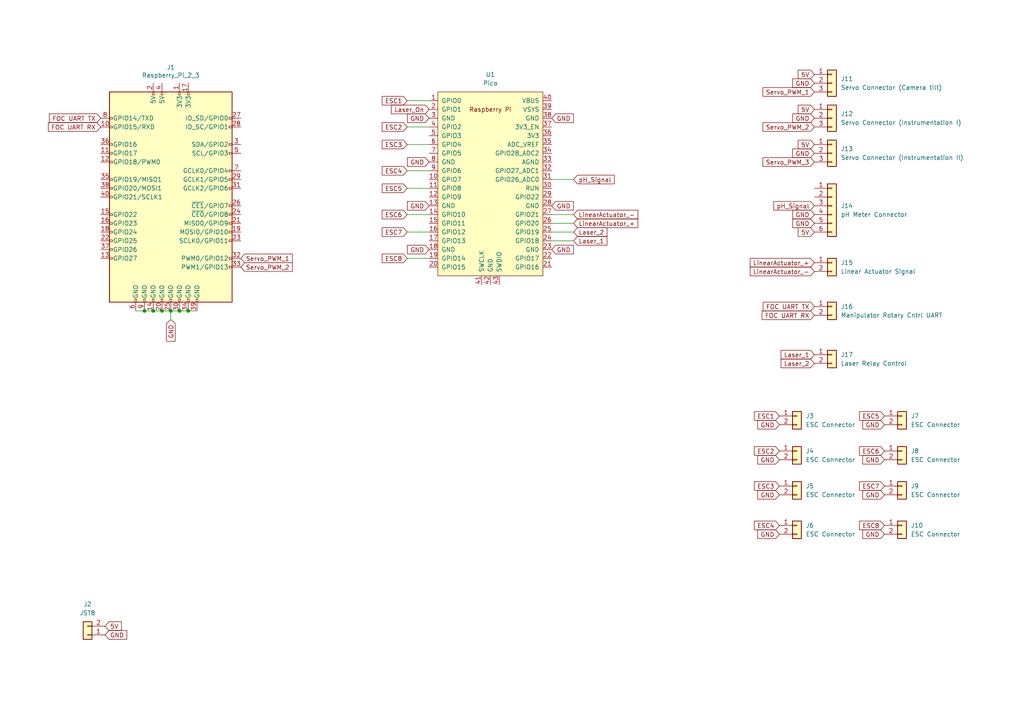
<source format=kicad_sch>
(kicad_sch (version 20231120) (generator "eeschema") (generator_version "8.0")
  (paper "A4")
  (title_block (title "ROV Logic Board"))
  (lib_symbols
    (symbol "Connector:Raspberry_Pi_2_3" (pin_names (offset 1.016))
      (property "Reference" "J" (at -17.78 31.75 0))
      (property "Value" "Raspberry_Pi_2_3" (at 10.16 -31.75 0))
      (symbol "Raspberry_Pi_2_3_0_1"
        (rectangle (start -17.78 30.48) (end 17.78 -30.48) (stroke (width 0.254)) (fill (type background)))
      )
      (symbol "Raspberry_Pi_2_3_1_1"
        (rectangle (start -16.891 -17.526) (end -17.78 -18.034))
        (rectangle (start -16.891 -14.986) (end -17.78 -15.494))
        (rectangle (start -16.891 -12.446) (end -17.78 -12.954))
        (rectangle (start -16.891 -9.906) (end -17.78 -10.414))
        (rectangle (start -16.891 -7.366) (end -17.78 -7.874))
        (rectangle (start -16.891 -4.826) (end -17.78 -5.334))
        (rectangle (start -16.891 0.254) (end -17.78 -0.254))
        (rectangle (start -16.891 2.794) (end -17.78 2.286))
        (rectangle (start -16.891 5.334) (end -17.78 4.826))
        (rectangle (start -16.891 10.414) (end -17.78 9.906))
        (rectangle (start -16.891 12.954) (end -17.78 12.446))
        (rectangle (start -16.891 15.494) (end -17.78 14.986))
        (rectangle (start -16.891 20.574) (end -17.78 20.066))
        (rectangle (start -16.891 23.114) (end -17.78 22.606))
        (rectangle (start -10.414 -29.591) (end -9.906 -30.48))
        (rectangle (start -7.874 -29.591) (end -7.366 -30.48))
        (rectangle (start -5.334 -29.591) (end -4.826 -30.48))
        (rectangle (start -5.334 30.48) (end -4.826 29.591))
        (rectangle (start -2.794 -29.591) (end -2.286 -30.48))
        (rectangle (start -2.794 30.48) (end -2.286 29.591))
        (rectangle (start -0.254 -29.591) (end 0.254 -30.48))
        (rectangle (start 2.286 -29.591) (end 2.794 -30.48))
        (rectangle (start 2.286 30.48) (end 2.794 29.591))
        (rectangle (start 4.826 -29.591) (end 5.334 -30.48))
        (rectangle (start 4.826 30.48) (end 5.334 29.591))
        (rectangle (start 7.366 -29.591) (end 7.874 -30.48))
        (rectangle (start 17.78 -20.066) (end 16.891 -20.574))
        (rectangle (start 17.78 -17.526) (end 16.891 -18.034))
        (rectangle (start 17.78 -12.446) (end 16.891 -12.954))
        (rectangle (start 17.78 -9.906) (end 16.891 -10.414))
        (rectangle (start 17.78 -7.366) (end 16.891 -7.874))
        (rectangle (start 17.78 -4.826) (end 16.891 -5.334))
        (rectangle (start 17.78 -2.286) (end 16.891 -2.794))
        (rectangle (start 17.78 2.794) (end 16.891 2.286))
        (rectangle (start 17.78 5.334) (end 16.891 4.826))
        (rectangle (start 17.78 7.874) (end 16.891 7.366))
        (rectangle (start 17.78 12.954) (end 16.891 12.446))
        (rectangle (start 17.78 15.494) (end 16.891 14.986))
        (rectangle (start 17.78 20.574) (end 16.891 20.066))
        (rectangle (start 17.78 23.114) (end 16.891 22.606))
        (pin power_in line (at 2.54 33.02 270) (length 2.54) (name "3V3") (number "1"))
        (pin bidirectional line (at -20.32 20.32 0) (length 2.54) (name "GPIO15/RXD") (number "10"))
        (pin bidirectional line (at -20.32 12.7 0) (length 2.54) (name "GPIO17") (number "11"))
        (pin bidirectional line (at -20.32 10.16 0) (length 2.54) (name "GPIO18/PWM0") (number "12"))
        (pin bidirectional line (at -20.32 -17.78 0) (length 2.54) (name "GPIO27") (number "13"))
        (pin power_in line (at -5.08 -33.02 90) (length 2.54) (name "GND") (number "14"))
        (pin bidirectional line (at -20.32 -5.08 0) (length 2.54) (name "GPIO22") (number "15"))
        (pin bidirectional line (at -20.32 -7.62 0) (length 2.54) (name "GPIO23") (number "16"))
        (pin power_in line (at 5.08 33.02 270) (length 2.54) (name "3V3") (number "17"))
        (pin bidirectional line (at -20.32 -10.16 0) (length 2.54) (name "GPIO24") (number "18"))
        (pin bidirectional line (at 20.32 -10.16 180) (length 2.54) (name "MOSI0/GPIO10") (number "19"))
        (pin power_in line (at -5.08 33.02 270) (length 2.54) (name "5V") (number "2"))
        (pin power_in line (at -2.54 -33.02 90) (length 2.54) (name "GND") (number "20"))
        (pin bidirectional line (at 20.32 -7.62 180) (length 2.54) (name "MISO0/GPIO9") (number "21"))
        (pin bidirectional line (at -20.32 -12.7 0) (length 2.54) (name "GPIO25") (number "22"))
        (pin bidirectional line (at 20.32 -12.7 180) (length 2.54) (name "SCLK0/GPIO11") (number "23"))
        (pin bidirectional line (at 20.32 -5.08 180) (length 2.54) (name "~{CE0}/GPIO8") (number "24"))
        (pin power_in line (at 0 -33.02 90) (length 2.54) (name "GND") (number "25"))
        (pin bidirectional line (at 20.32 -2.54 180) (length 2.54) (name "~{CE1}/GPIO7") (number "26"))
        (pin bidirectional line (at 20.32 22.86 180) (length 2.54) (name "ID_SD/GPIO0") (number "27"))
        (pin bidirectional line (at 20.32 20.32 180) (length 2.54) (name "ID_SC/GPIO1") (number "28"))
        (pin bidirectional line (at 20.32 5.08 180) (length 2.54) (name "GCLK1/GPIO5") (number "29"))
        (pin bidirectional line (at 20.32 15.24 180) (length 2.54) (name "SDA/GPIO2") (number "3"))
        (pin power_in line (at 2.54 -33.02 90) (length 2.54) (name "GND") (number "30"))
        (pin bidirectional line (at 20.32 2.54 180) (length 2.54) (name "GCLK2/GPIO6") (number "31"))
        (pin bidirectional line (at 20.32 -17.78 180) (length 2.54) (name "PWM0/GPIO12") (number "32"))
        (pin bidirectional line (at 20.32 -20.32 180) (length 2.54) (name "PWM1/GPIO13") (number "33"))
        (pin power_in line (at 5.08 -33.02 90) (length 2.54) (name "GND") (number "34"))
        (pin bidirectional line (at -20.32 5.08 0) (length 2.54) (name "GPIO19/MISO1") (number "35"))
        (pin bidirectional line (at -20.32 15.24 0) (length 2.54) (name "GPIO16") (number "36"))
        (pin bidirectional line (at -20.32 -15.24 0) (length 2.54) (name "GPIO26") (number "37"))
        (pin bidirectional line (at -20.32 2.54 0) (length 2.54) (name "GPIO20/MOSI1") (number "38"))
        (pin power_in line (at 7.62 -33.02 90) (length 2.54) (name "GND") (number "39"))
        (pin power_in line (at -2.54 33.02 270) (length 2.54) (name "5V") (number "4"))
        (pin bidirectional line (at -20.32 0 0) (length 2.54) (name "GPIO21/SCLK1") (number "40"))
        (pin bidirectional line (at 20.32 12.7 180) (length 2.54) (name "SCL/GPIO3") (number "5"))
        (pin power_in line (at -10.16 -33.02 90) (length 2.54) (name "GND") (number "6"))
        (pin bidirectional line (at 20.32 7.62 180) (length 2.54) (name "GCLK0/GPIO4") (number "7"))
        (pin bidirectional line (at -20.32 22.86 0) (length 2.54) (name "GPIO14/TXD") (number "8"))
        (pin power_in line (at -7.62 -33.02 90) (length 2.54) (name "GND") (number "9"))
      )
    )
    (symbol "Connector_Generic:Conn_01x02" (pin_names (offset 1.016) hide)
      (property "Reference" "J" (at 0 2.54 0))
      (property "Value" "Conn_01x02" (at 0 -5.08 0))
      (symbol "Conn_01x02_1_1"
        (rectangle (start -1.27 -2.413) (end 0 -2.667) (stroke (width 0.1524)))
        (rectangle (start -1.27 0.127) (end 0 -0.127) (stroke (width 0.1524)))
        (rectangle (start -1.27 1.27) (end 1.27 -3.81) (stroke (width 0.254)) (fill (type background)))
        (pin passive line (at -5.08 0 0) (length 3.81) (name "Pin_1") (number "1"))
        (pin passive line (at -5.08 -2.54 0) (length 3.81) (name "Pin_2") (number "2"))
      )
    )
    (symbol "Connector_Generic:Conn_01x03" (pin_names (offset 1.016) hide)
      (property "Reference" "J" (at 0 5.08 0))
      (property "Value" "Conn_01x03" (at 0 -5.08 0))
      (symbol "Conn_01x03_1_1"
        (rectangle (start -1.27 -2.413) (end 0 -2.667) (stroke (width 0.1524)))
        (rectangle (start -1.27 0.127) (end 0 -0.127) (stroke (width 0.1524)))
        (rectangle (start -1.27 2.667) (end 0 2.413) (stroke (width 0.1524)))
        (rectangle (start -1.27 3.81) (end 1.27 -3.81) (stroke (width 0.254)) (fill (type background)))
        (pin passive line (at -5.08 2.54 0) (length 3.81) (name "Pin_1") (number "1"))
        (pin passive line (at -5.08 0 0) (length 3.81) (name "Pin_2") (number "2"))
        (pin passive line (at -5.08 -2.54 0) (length 3.81) (name "Pin_3") (number "3"))
      )
    )
    (symbol "Connector_Generic:Conn_01x06" (pin_names (offset 1.016) hide)
      (property "Reference" "J" (at 0 7.62 0))
      (property "Value" "Conn_01x06" (at 0 -10.16 0))
      (symbol "Conn_01x06_1_1"
        (rectangle (start -1.27 -7.493) (end 0 -7.747) (stroke (width 0.1524)))
        (rectangle (start -1.27 -4.953) (end 0 -5.207) (stroke (width 0.1524)))
        (rectangle (start -1.27 -2.413) (end 0 -2.667) (stroke (width 0.1524)))
        (rectangle (start -1.27 0.127) (end 0 -0.127) (stroke (width 0.1524)))
        (rectangle (start -1.27 2.667) (end 0 2.413) (stroke (width 0.1524)))
        (rectangle (start -1.27 5.207) (end 0 4.953) (stroke (width 0.1524)))
        (rectangle (start -1.27 6.35) (end 1.27 -8.89) (stroke (width 0.254)) (fill (type background)))
        (pin passive line (at -5.08 5.08 0) (length 3.81) (name "Pin_1") (number "1"))
        (pin passive line (at -5.08 2.54 0) (length 3.81) (name "Pin_2") (number "2"))
        (pin passive line (at -5.08 0 0) (length 3.81) (name "Pin_3") (number "3"))
        (pin passive line (at -5.08 -2.54 0) (length 3.81) (name "Pin_4") (number "4"))
        (pin passive line (at -5.08 -5.08 0) (length 3.81) (name "Pin_5") (number "5"))
        (pin passive line (at -5.08 -7.62 0) (length 3.81) (name "Pin_6") (number "6"))
      )
    )
    (symbol "MCU_Raspberry_Pi_And_Boards:Pico" (pin_names (offset 1.016))
      (property "Reference" "U" (at -13.97 27.94 0))
      (property "Value" "Pico" (at 0 19.05 0))
      (symbol "Pico_0_0"
        (text "Raspberry Pi" (at 0 21.59 0) (effects (font (size 1.27 1.27))))
      )
      (symbol "Pico_0_1"
        (rectangle (start -15.24 26.67) (end 15.24 -26.67) (fill (type background)))
      )
      (symbol "Pico_1_1"
        (pin bidirectional line (at -17.78 24.13 0) (length 2.54) (name "GPIO0") (number "1"))
        (pin bidirectional line (at -17.78 1.27 0) (length 2.54) (name "GPIO7") (number "10"))
        (pin bidirectional line (at -17.78 -1.27 0) (length 2.54) (name "GPIO8") (number "11"))
        (pin bidirectional line (at -17.78 -3.81 0) (length 2.54) (name "GPIO9") (number "12"))
        (pin power_in line (at -17.78 -6.35 0) (length 2.54) (name "GND") (number "13"))
        (pin bidirectional line (at -17.78 -8.89 0) (length 2.54) (name "GPIO10") (number "14"))
        (pin bidirectional line (at -17.78 -11.43 0) (length 2.54) (name "GPIO11") (number "15"))
        (pin bidirectional line (at -17.78 -13.97 0) (length 2.54) (name "GPIO12") (number "16"))
        (pin bidirectional line (at -17.78 -16.51 0) (length 2.54) (name "GPIO13") (number "17"))
        (pin power_in line (at -17.78 -19.05 0) (length 2.54) (name "GND") (number "18"))
        (pin bidirectional line (at -17.78 -21.59 0) (length 2.54) (name "GPIO14") (number "19"))
        (pin bidirectional line (at -17.78 21.59 0) (length 2.54) (name "GPIO1") (number "2"))
        (pin bidirectional line (at -17.78 -24.13 0) (length 2.54) (name "GPIO15") (number "20"))
        (pin bidirectional line (at 17.78 -24.13 180) (length 2.54) (name "GPIO16") (number "21"))
        (pin bidirectional line (at 17.78 -21.59 180) (length 2.54) (name "GPIO17") (number "22"))
        (pin power_in line (at 17.78 -19.05 180) (length 2.54) (name "GND") (number "23"))
        (pin bidirectional line (at 17.78 -16.51 180) (length 2.54) (name "GPIO18") (number "24"))
        (pin bidirectional line (at 17.78 -13.97 180) (length 2.54) (name "GPIO19") (number "25"))
        (pin bidirectional line (at 17.78 -11.43 180) (length 2.54) (name "GPIO20") (number "26"))
        (pin bidirectional line (at 17.78 -8.89 180) (length 2.54) (name "GPIO21") (number "27"))
        (pin power_in line (at 17.78 -6.35 180) (length 2.54) (name "GND") (number "28"))
        (pin bidirectional line (at 17.78 -3.81 180) (length 2.54) (name "GPIO22") (number "29"))
        (pin power_in line (at -17.78 19.05 0) (length 2.54) (name "GND") (number "3"))
        (pin input line (at 17.78 -1.27 180) (length 2.54) (name "RUN") (number "30"))
        (pin bidirectional line (at 17.78 1.27 180) (length 2.54) (name "GPIO26_ADC0") (number "31"))
        (pin bidirectional line (at 17.78 3.81 180) (length 2.54) (name "GPIO27_ADC1") (number "32"))
        (pin power_in line (at 17.78 6.35 180) (length 2.54) (name "AGND") (number "33"))
        (pin bidirectional line (at 17.78 8.89 180) (length 2.54) (name "GPIO28_ADC2") (number "34"))
        (pin unspecified line (at 17.78 11.43 180) (length 2.54) (name "ADC_VREF") (number "35"))
        (pin unspecified line (at 17.78 13.97 180) (length 2.54) (name "3V3") (number "36"))
        (pin input line (at 17.78 16.51 180) (length 2.54) (name "3V3_EN") (number "37"))
        (pin bidirectional line (at 17.78 19.05 180) (length 2.54) (name "GND") (number "38"))
        (pin unspecified line (at 17.78 21.59 180) (length 2.54) (name "VSYS") (number "39"))
        (pin bidirectional line (at -17.78 16.51 0) (length 2.54) (name "GPIO2") (number "4"))
        (pin unspecified line (at 17.78 24.13 180) (length 2.54) (name "VBUS") (number "40"))
        (pin input line (at -2.54 -29.21 90) (length 2.54) (name "SWCLK") (number "41"))
        (pin power_in line (at 0 -29.21 90) (length 2.54) (name "GND") (number "42"))
        (pin bidirectional line (at 2.54 -29.21 90) (length 2.54) (name "SWDIO") (number "43"))
        (pin bidirectional line (at -17.78 13.97 0) (length 2.54) (name "GPIO3") (number "5"))
        (pin bidirectional line (at -17.78 11.43 0) (length 2.54) (name "GPIO4") (number "6"))
        (pin bidirectional line (at -17.78 8.89 0) (length 2.54) (name "GPIO5") (number "7"))
        (pin power_in line (at -17.78 6.35 0) (length 2.54) (name "GND") (number "8"))
        (pin bidirectional line (at -17.78 3.81 0) (length 2.54) (name "GPIO6") (number "9"))
      )
    )
  )
  (junction (at 41.91 90.17))
  (junction (at 49.53 90.17))
  (junction (at 54.61 90.17))
  (junction (at 52.07 90.17))
  (junction (at 46.99 90.17))
  (junction (at 44.45 90.17))
  (wire (pts (xy 52.07 90.17) (xy 54.61 90.17)))
  (wire (pts (xy 49.53 90.17) (xy 52.07 90.17)))
  (wire (pts (xy 166.37 52.07) (xy 160.02 52.07)))
  (wire (pts (xy 46.99 90.17) (xy 49.53 90.17)))
  (wire (pts (xy 118.11 62.23) (xy 124.46 62.23)))
  (wire (pts (xy 166.37 69.85) (xy 160.02 69.85)))
  (wire (pts (xy 118.11 67.31) (xy 124.46 67.31)))
  (wire (pts (xy 166.37 62.23) (xy 160.02 62.23)))
  (wire (pts (xy 39.37 90.17) (xy 41.91 90.17)))
  (wire (pts (xy 118.11 49.53) (xy 124.46 49.53)))
  (wire (pts (xy 118.11 74.93) (xy 124.46 74.93)))
  (wire (pts (xy 118.11 29.21) (xy 124.46 29.21)))
  (wire (pts (xy 118.11 54.61) (xy 124.46 54.61)))
  (wire (pts (xy 44.45 90.17) (xy 46.99 90.17)))
  (wire (pts (xy 41.91 90.17) (xy 44.45 90.17)))
  (wire (pts (xy 49.53 92.71) (xy 49.53 90.17)))
  (wire (pts (xy 118.11 36.83) (xy 124.46 36.83)))
  (wire (pts (xy 166.37 67.31) (xy 160.02 67.31)))
  (wire (pts (xy 118.11 41.91) (xy 124.46 41.91)))
  (wire (pts (xy 166.37 64.77) (xy 160.02 64.77)))
  (wire (pts (xy 54.61 90.17) (xy 57.15 90.17)))
  (global_label "FOC UART RX" (shape input) (at 29.21 36.83 180) (property "Intersheetrefs" "${INTERSHEET_REFS}" (effects (hide yes))))
  (global_label "ESC1" (shape input) (at 118.11 29.21 180) (property "Intersheetrefs" "${INTERSHEET_REFS}" (effects (hide yes))))
  (global_label "Servo_PWM_1" (shape input) (at 69.85 74.93 0) (property "Intersheetrefs" "${INTERSHEET_REFS}" (effects (hide yes))))
  (global_label "GND" (shape input) (at 236.22 24.13 180) (property "Intersheetrefs" "${INTERSHEET_REFS}" (effects (hide yes))))
  (global_label "GND" (shape input) (at 124.46 72.39 180) (property "Intersheetrefs" "${INTERSHEET_REFS}" (effects (hide yes))))
  (global_label "GND" (shape input) (at 226.06 123.19 180) (property "Intersheetrefs" "${INTERSHEET_REFS}" (effects (hide yes))))
  (global_label "ESC2" (shape input) (at 118.11 36.83 180) (property "Intersheetrefs" "${INTERSHEET_REFS}" (effects (hide yes))))
  (global_label "GND" (shape input) (at 124.46 46.99 180) (property "Intersheetrefs" "${INTERSHEET_REFS}" (effects (hide yes))))
  (global_label "5V" (shape input) (at 236.22 31.75 180) (property "Intersheetrefs" "${INTERSHEET_REFS}" (effects (hide yes))))
  (global_label "LinearActuator_-" (shape input) (at 166.37 62.23 0) (property "Intersheetrefs" "${INTERSHEET_REFS}" (effects (hide yes))))
  (global_label "GND" (shape input) (at 124.46 34.29 180) (property "Intersheetrefs" "${INTERSHEET_REFS}" (effects (hide yes))))
  (global_label "FOC UART TX" (shape input) (at 29.21 34.29 180) (property "Intersheetrefs" "${INTERSHEET_REFS}" (effects (hide yes))))
  (global_label "ESC5" (shape input) (at 118.11 54.61 180) (property "Intersheetrefs" "${INTERSHEET_REFS}" (effects (hide yes))))
  (global_label "Laser_1" (shape input) (at 166.37 69.85 0) (property "Intersheetrefs" "${INTERSHEET_REFS}" (effects (hide yes))))
  (global_label "LinearActuator_-" (shape input) (at 236.22 78.74 180) (property "Intersheetrefs" "${INTERSHEET_REFS}" (effects (hide yes))))
  (global_label "GND" (shape input) (at 226.06 154.94 180) (property "Intersheetrefs" "${INTERSHEET_REFS}" (effects (hide yes))))
  (global_label "GND" (shape input) (at 256.54 133.35 180) (property "Intersheetrefs" "${INTERSHEET_REFS}" (effects (hide yes))))
  (global_label "GND" (shape input) (at 236.22 34.29 180) (property "Intersheetrefs" "${INTERSHEET_REFS}" (effects (hide yes))))
  (global_label "Laser_1" (shape input) (at 236.22 102.87 180) (property "Intersheetrefs" "${INTERSHEET_REFS}" (effects (hide yes))))
  (global_label "ESC3" (shape input) (at 226.06 140.97 180) (property "Intersheetrefs" "${INTERSHEET_REFS}" (effects (hide yes))))
  (global_label "Servo_PWM_2" (shape input) (at 236.22 36.83 180) (property "Intersheetrefs" "${INTERSHEET_REFS}" (effects (hide yes))))
  (global_label "LinearActuator_+" (shape input) (at 166.37 64.77 0) (property "Intersheetrefs" "${INTERSHEET_REFS}" (effects (hide yes))))
  (global_label "GND" (shape input) (at 160.02 34.29 0) (property "Intersheetrefs" "${INTERSHEET_REFS}" (effects (hide yes))))
  (global_label "ESC4" (shape input) (at 118.11 49.53 180) (property "Intersheetrefs" "${INTERSHEET_REFS}" (effects (hide yes))))
  (global_label "ESC5" (shape input) (at 256.54 120.65 180) (property "Intersheetrefs" "${INTERSHEET_REFS}" (effects (hide yes))))
  (global_label "GND" (shape input) (at 226.06 143.51 180) (property "Intersheetrefs" "${INTERSHEET_REFS}" (effects (hide yes))))
  (global_label "GND" (shape input) (at 30.48 184.15 0) (property "Intersheetrefs" "${INTERSHEET_REFS}" (effects (hide yes))))
  (global_label "ESC4" (shape input) (at 226.06 152.4 180) (property "Intersheetrefs" "${INTERSHEET_REFS}" (effects (hide yes))))
  (global_label "LinearActuator_+" (shape input) (at 236.22 76.2 180) (property "Intersheetrefs" "${INTERSHEET_REFS}" (effects (hide yes))))
  (global_label "Laser_2" (shape input) (at 166.37 67.31 0) (property "Intersheetrefs" "${INTERSHEET_REFS}" (effects (hide yes))))
  (global_label "pH_Signal" (shape input) (at 236.22 59.69 180) (property "Intersheetrefs" "${INTERSHEET_REFS}" (effects (hide yes))))
  (global_label "GND" (shape input) (at 124.46 59.69 180) (property "Intersheetrefs" "${INTERSHEET_REFS}" (effects (hide yes))))
  (global_label "GND" (shape input) (at 160.02 72.39 0) (property "Intersheetrefs" "${INTERSHEET_REFS}" (effects (hide yes))))
  (global_label "GND" (shape input) (at 236.22 62.23 180) (property "Intersheetrefs" "${INTERSHEET_REFS}" (effects (hide yes))))
  (global_label "5V" (shape input) (at 236.22 21.59 180) (property "Intersheetrefs" "${INTERSHEET_REFS}" (effects (hide yes))))
  (global_label "GND" (shape input) (at 160.02 59.69 0) (property "Intersheetrefs" "${INTERSHEET_REFS}" (effects (hide yes))))
  (global_label "ESC3" (shape input) (at 118.11 41.91 180) (property "Intersheetrefs" "${INTERSHEET_REFS}" (effects (hide yes))))
  (global_label "Laser_On" (shape input) (at 124.46 31.75 180) (property "Intersheetrefs" "${INTERSHEET_REFS}" (effects (hide yes))))
  (global_label "Laser_2" (shape input) (at 236.22 105.41 180) (property "Intersheetrefs" "${INTERSHEET_REFS}" (effects (hide yes))))
  (global_label "ESC2" (shape input) (at 226.06 130.81 180) (property "Intersheetrefs" "${INTERSHEET_REFS}" (effects (hide yes))))
  (global_label "FOC UART TX" (shape input) (at 236.22 88.9 180) (property "Intersheetrefs" "${INTERSHEET_REFS}" (effects (hide yes))))
  (global_label "pH_Signal" (shape input) (at 166.37 52.07 0) (property "Intersheetrefs" "${INTERSHEET_REFS}" (effects (hide yes))))
  (global_label "GND" (shape input) (at 226.06 133.35 180) (property "Intersheetrefs" "${INTERSHEET_REFS}" (effects (hide yes))))
  (global_label "5V" (shape input) (at 236.22 41.91 180) (property "Intersheetrefs" "${INTERSHEET_REFS}" (effects (hide yes))))
  (global_label "ESC8" (shape input) (at 118.11 74.93 180) (property "Intersheetrefs" "${INTERSHEET_REFS}" (effects (hide yes))))
  (global_label "ESC6" (shape input) (at 256.54 130.81 180) (property "Intersheetrefs" "${INTERSHEET_REFS}" (effects (hide yes))))
  (global_label "ESC1" (shape input) (at 226.06 120.65 180) (property "Intersheetrefs" "${INTERSHEET_REFS}" (effects (hide yes))))
  (global_label "GND" (shape input) (at 256.54 154.94 180) (property "Intersheetrefs" "${INTERSHEET_REFS}" (effects (hide yes))))
  (global_label "5V" (shape input) (at 236.22 67.31 180) (property "Intersheetrefs" "${INTERSHEET_REFS}" (effects (hide yes))))
  (global_label "GND" (shape input) (at 236.22 64.77 180) (property "Intersheetrefs" "${INTERSHEET_REFS}" (effects (hide yes))))
  (global_label "5V" (shape input) (at 30.48 181.61 0) (property "Intersheetrefs" "${INTERSHEET_REFS}" (effects (hide yes))))
  (global_label "ESC7" (shape input) (at 118.11 67.31 180) (property "Intersheetrefs" "${INTERSHEET_REFS}" (effects (hide yes))))
  (global_label "ESC6" (shape input) (at 118.11 62.23 180) (property "Intersheetrefs" "${INTERSHEET_REFS}" (effects (hide yes))))
  (global_label "GND" (shape input) (at 256.54 123.19 180) (property "Intersheetrefs" "${INTERSHEET_REFS}" (effects (hide yes))))
  (global_label "Servo_PWM_1" (shape input) (at 236.22 26.67 180) (property "Intersheetrefs" "${INTERSHEET_REFS}" (effects (hide yes))))
  (global_label "Servo_PWM_3" (shape input) (at 236.22 46.99 180) (property "Intersheetrefs" "${INTERSHEET_REFS}" (effects (hide yes))))
  (global_label "Servo_PWM_2" (shape input) (at 69.85 77.47 0) (property "Intersheetrefs" "${INTERSHEET_REFS}" (effects (hide yes))))
  (global_label "ESC8" (shape input) (at 256.54 152.4 180) (property "Intersheetrefs" "${INTERSHEET_REFS}" (effects (hide yes))))
  (global_label "GND" (shape input) (at 236.22 44.45 180) (property "Intersheetrefs" "${INTERSHEET_REFS}" (effects (hide yes))))
  (global_label "GND" (shape input) (at 256.54 143.51 180) (property "Intersheetrefs" "${INTERSHEET_REFS}" (effects (hide yes))))
  (global_label "FOC UART RX" (shape input) (at 236.22 91.44 180) (property "Intersheetrefs" "${INTERSHEET_REFS}" (effects (hide yes))))
  (global_label "ESC7" (shape input) (at 256.54 140.97 180) (property "Intersheetrefs" "${INTERSHEET_REFS}" (effects (hide yes))))
  (global_label "GND" (shape input) (at 49.53 92.71 270) (property "Intersheetrefs" "${INTERSHEET_REFS}" (effects (hide yes))))
  (symbol (lib_id "Connector:Raspberry_Pi_2_3") (at 49.53 57.15 0) (unit 1)
    (property "Reference" "J1" (at 49.53 19.5326 0))
    (property "Value" "Raspberry_Pi_2_3" (at 49.53 21.844 0))
    (property "Footprint" "pihat:ESQ-120-14-T-D" (effects (hide yes)))
    (property "Datasheet" "https://www.raspberrypi.org/documentation/hardware/raspberrypi/schematics/rpi_SCH_3bplus_1p0_reduced.pdf" (effects (hide yes)))
  )
  (symbol (lib_id "Connector_Generic:Conn_01x02") (at 241.3 88.9 0) (unit 1)
    (property "Reference" "J16" (at 243.84 88.8999 0) (effects (justify left)))
    (property "Value" "Manipulator Rotary Cntrl UART" (at 243.84 91.4399 0) (effects (justify left)))
  )
  (symbol (lib_id "Connector_Generic:Conn_01x02") (at 261.62 152.4 0) (unit 1)
    (property "Reference" "J10" (at 264.16 152.3999 0) (effects (justify left)))
    (property "Value" "ESC Connector" (at 264.16 154.9399 0) (effects (justify left)))
  )
  (symbol (lib_id "Connector_Generic:Conn_01x02") (at 241.3 102.87 0) (unit 1)
    (property "Reference" "J17" (at 243.84 102.8699 0) (effects (justify left)))
    (property "Value" "Laser Relay Control" (at 243.84 105.4099 0) (effects (justify left)))
  )
  (symbol (lib_id "Connector_Generic:Conn_01x02") (at 231.14 130.81 0) (unit 1)
    (property "Reference" "J4" (at 233.68 130.8099 0) (effects (justify left)))
    (property "Value" "ESC Connector" (at 233.68 133.3499 0) (effects (justify left)))
  )
  (symbol (lib_id "Connector_Generic:Conn_01x03") (at 241.3 34.29 0) (unit 1)
    (property "Reference" "J12" (at 243.84 33.0199 0) (effects (justify left)))
    (property "Value" "Servo Connector (Instrumentation I)" (at 243.84 35.5599 0) (effects (justify left)))
  )
  (symbol (lib_id "Connector_Generic:Conn_01x02") (at 231.14 140.97 0) (unit 1)
    (property "Reference" "J5" (at 233.68 140.9699 0) (effects (justify left)))
    (property "Value" "ESC Connector" (at 233.68 143.5099 0) (effects (justify left)))
  )
  (symbol (lib_id "Connector_Generic:Conn_01x02") (at 231.14 120.65 0) (unit 1)
    (property "Reference" "J3" (at 233.68 120.6499 0) (effects (justify left)))
    (property "Value" "ESC Connector" (at 233.68 123.1899 0) (effects (justify left)))
  )
  (symbol (lib_id "Connector_Generic:Conn_01x02") (at 241.3 76.2 0) (unit 1)
    (property "Reference" "J15" (at 243.84 76.1999 0) (effects (justify left)))
    (property "Value" "Linear Actuator Signal" (at 243.84 78.7399 0) (effects (justify left)))
  )
  (symbol (lib_id "Connector_Generic:Conn_01x02") (at 25.4 184.15 180) (unit 1)
    (property "Reference" "J2" (at 25.4 175.26 0))
    (property "Value" "JST8" (at 25.4 177.8 0))
  )
  (symbol (lib_id "Connector_Generic:Conn_01x06") (at 241.3 59.69 0) (unit 1)
    (property "Reference" "J14" (at 243.84 59.6899 0) (effects (justify left)))
    (property "Value" "pH Meter Connector" (at 243.84 62.2299 0) (effects (justify left)))
  )
  (symbol (lib_id "Connector_Generic:Conn_01x02") (at 231.14 152.4 0) (unit 1)
    (property "Reference" "J6" (at 233.68 152.3999 0) (effects (justify left)))
    (property "Value" "ESC Connector" (at 233.68 154.9399 0) (effects (justify left)))
  )
  (symbol (lib_id "Connector_Generic:Conn_01x02") (at 261.62 130.81 0) (unit 1)
    (property "Reference" "J8" (at 264.16 130.8099 0) (effects (justify left)))
    (property "Value" "ESC Connector" (at 264.16 133.3499 0) (effects (justify left)))
  )
  (symbol (lib_id "Connector_Generic:Conn_01x02") (at 261.62 140.97 0) (unit 1)
    (property "Reference" "J9" (at 264.16 140.9699 0) (effects (justify left)))
    (property "Value" "ESC Connector" (at 264.16 143.5099 0) (effects (justify left)))
  )
  (symbol (lib_id "MCU_Raspberry_Pi_And_Boards:Pico") (at 142.24 53.34 0) (unit 1)
    (property "Reference" "U1" (at 142.24 21.59 0))
    (property "Value" "Pico" (at 142.24 24.13 0))
    (property "Footprint" "RPi_Pico:RPi_Pico_SMD_TH" (effects (hide yes)))
  )
  (symbol (lib_id "Connector_Generic:Conn_01x03") (at 241.3 24.13 0) (unit 1)
    (property "Reference" "J11" (at 243.84 22.8599 0) (effects (justify left)))
    (property "Value" "Servo Connector (Camera tilt)" (at 243.84 25.3999 0) (effects (justify left)))
  )
  (symbol (lib_id "Connector_Generic:Conn_01x02") (at 261.62 120.65 0) (unit 1)
    (property "Reference" "J7" (at 264.16 120.6499 0) (effects (justify left)))
    (property "Value" "ESC Connector" (at 264.16 123.1899 0) (effects (justify left)))
  )
  (symbol (lib_id "Connector_Generic:Conn_01x03") (at 241.3 44.45 0) (unit 1)
    (property "Reference" "J13" (at 243.84 43.1799 0) (effects (justify left)))
    (property "Value" "Servo Connector (Instrumentation II)" (at 243.84 45.7199 0) (effects (justify left)))
  )
)
</source>
